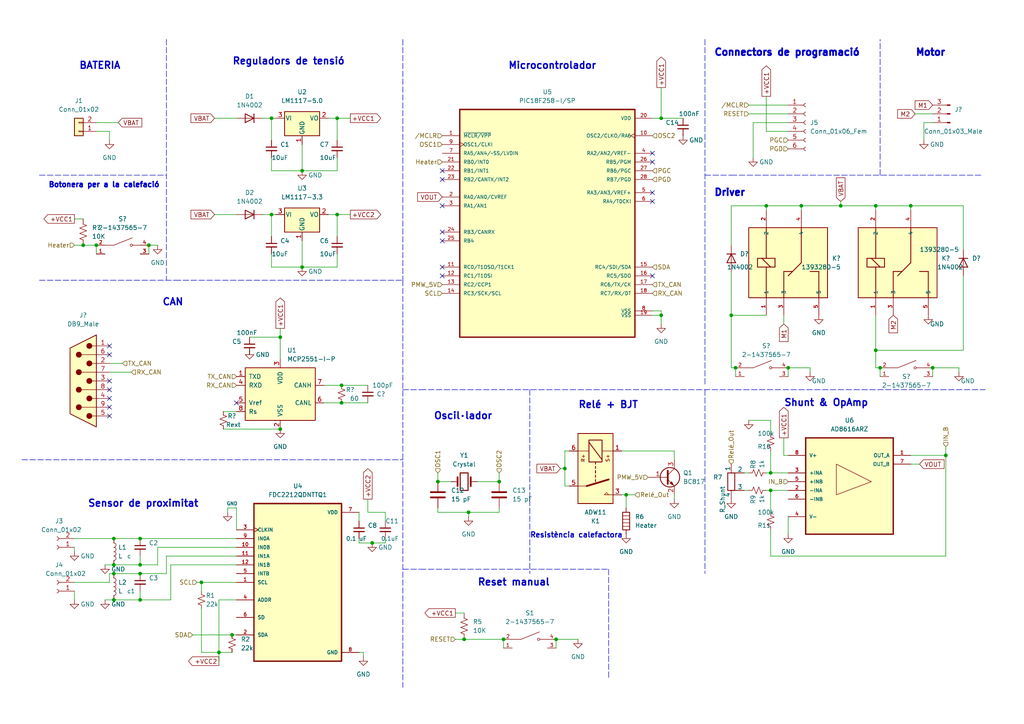
<source format=kicad_sch>
(kicad_sch (version 20211123) (generator eeschema)
  (paper "A4")
  (title_block (title "PROJECTE EDD: Maleter") (company "Universitat de Barcelona") (comment 1 "Bethany Quintero") (comment 2 "Jan Castillo"))
  (lib_symbols
    (symbol "BQ_library:1393280-5" (pin_names (offset 1.016))
      (property "Reference" "K" (at -10.1718 15.2577 0))
      (property "Value" "1393280-5" (at -10.1794 -15.269 0))
      (symbol "1393280-5_0_0"
        (pin passive line (at -15.24 7.62 0) (length 5.08) (name "1") (number "1"))
        (pin passive line (at 15.24 7.62 180) (length 5.08) (name "2") (number "2"))
        (pin passive line (at -15.24 2.54 0) (length 5.08) (name "3") (number "3"))
        (pin passive line (at 15.24 -2.54 180) (length 5.08) (name "4") (number "4"))
        (pin passive line (at -15.24 -7.62 0) (length 5.08) (name "5") (number "5"))
      )
    )
    (symbol "BQ_library:AD8616ARZ" (pin_names (offset 1.016))
      (property "Reference" "U6" (at 0 15.24 0))
      (property "Value" "AD8616ARZ" (at 0 12.7 0))
      (symbol "AD8616ARZ_0_0"
        (pin output line (at 17.78 5.08 180) (length 5.08) (name "OUT_A") (number "1"))
        (pin input line (at -17.78 -5.08 0) (length 5.08) (name "-INA") (number "2"))
        (pin input line (at -17.78 0 0) (length 5.08) (name "+INA") (number "3"))
        (pin power_in line (at -17.78 -12.7 0) (length 5.08) (name "V-") (number "4"))
        (pin input line (at -17.78 -2.54 0) (length 5.08) (name "+INB") (number "5"))
        (pin input line (at -17.78 -7.62 0) (length 5.08) (name "-INB") (number "6"))
        (pin output line (at 17.78 2.54 180) (length 5.08) (name "OUT_B") (number "7"))
        (pin power_in line (at -17.78 5.08 0) (length 5.08) (name "V+") (number "8"))
      )
    )
    (symbol "BQ_library:FDC2212QDNTTQ1" (pin_names (offset 1.016))
      (property "Reference" "U" (at -12.7 23.86 0))
      (property "Value" "FDC2212QDNTTQ1" (at -12.7 -26.86 0))
      (symbol "FDC2212QDNTTQ1_0_0"
        (pin input line (at -17.78 0 0) (length 5.08) (name "SCL") (number "1"))
        (pin input line (at -17.78 10.16 0) (length 5.08) (name "IN0B") (number "10"))
        (pin input line (at -17.78 7.62 0) (length 5.08) (name "IN1A") (number "11"))
        (pin input line (at -17.78 5.08 0) (length 5.08) (name "IN1B") (number "12"))
        (pin bidirectional line (at -17.78 -15.24 0) (length 5.08) (name "SDA") (number "2"))
        (pin input clock (at -17.78 15.24 0) (length 5.08) (name "CLKIN") (number "3"))
        (pin bidirectional line (at -17.78 -5.08 0) (length 5.08) (name "ADDR") (number "4"))
        (pin input line (at -17.78 2.54 0) (length 5.08) (name "INTB") (number "5"))
        (pin bidirectional line (at -17.78 -10.16 0) (length 5.08) (name "SD") (number "6"))
        (pin power_in line (at 17.78 20.32 180) (length 5.08) (name "VDD") (number "7"))
        (pin power_in line (at 17.78 -20.32 180) (length 5.08) (name "GND") (number "8"))
        (pin input line (at -17.78 12.7 0) (length 5.08) (name "IN0A") (number "9"))
      )
    )
    (symbol "BQ_library:PIC18F258-I{brace}slash}SP" (pin_names (offset 1.016))
      (property "Reference" "U5" (at 0 38.1 0))
      (property "Value" "PIC18F258-I/SP" (at 0 35.56 0))
      (symbol "PIC18F258-I{brace}slash}SP_0_0"
        (pin input line (at -30.48 25.4 0) (length 5.08) (name "~{MCLR/VPP}") (number "1"))
        (pin output clock (at 30.48 25.4 180) (length 5.08) (name "OSC2/CLKO/RA6") (number "10"))
        (pin bidirectional line (at -30.48 -12.7 0) (length 5.08) (name "RC0/T1OSO/T1CK1") (number "11"))
        (pin bidirectional line (at -30.48 -15.24 0) (length 5.08) (name "RC1/T1OSI") (number "12"))
        (pin bidirectional line (at -30.48 -17.78 0) (length 5.08) (name "RC2/CCP1") (number "13"))
        (pin bidirectional line (at -30.48 -20.32 0) (length 5.08) (name "RC3/SCK/SCL") (number "14"))
        (pin bidirectional line (at 30.48 -12.7 180) (length 5.08) (name "RC4/SDI/SDA") (number "15"))
        (pin bidirectional line (at 30.48 -15.24 180) (length 5.08) (name "RC5/SDO") (number "16"))
        (pin bidirectional line (at 30.48 -17.78 180) (length 5.08) (name "RC6/TX/CK") (number "17"))
        (pin bidirectional line (at 30.48 -20.32 180) (length 5.08) (name "RC7/RX/DT") (number "18"))
        (pin power_in line (at 30.48 -26.67 180) (length 5.08) (name "VSS") (number "19"))
        (pin bidirectional line (at -30.48 7.62 0) (length 5.08) (name "RA0/AN0/CVREF") (number "2"))
        (pin power_in line (at 30.48 30.48 180) (length 5.08) (name "VDD") (number "20"))
        (pin input line (at -30.48 17.78 0) (length 5.08) (name "RB0/INT0") (number "21"))
        (pin input line (at -30.48 15.24 0) (length 5.08) (name "RB1/INT1") (number "22"))
        (pin input line (at -30.48 12.7 0) (length 5.08) (name "RB2/CANTX/INT2") (number "23"))
        (pin bidirectional line (at -30.48 -2.54 0) (length 5.08) (name "RB3/CANRX") (number "24"))
        (pin bidirectional line (at -30.48 -5.08 0) (length 5.08) (name "RB4") (number "25"))
        (pin bidirectional line (at 30.48 17.78 180) (length 5.08) (name "RB5/PGM") (number "26"))
        (pin bidirectional line (at 30.48 15.24 180) (length 5.08) (name "RB6/PGC") (number "27"))
        (pin bidirectional line (at 30.48 12.7 180) (length 5.08) (name "RB7/PGD") (number "28"))
        (pin bidirectional line (at -30.48 5.08 0) (length 5.08) (name "RA1/AN1") (number "3"))
        (pin bidirectional line (at 30.48 20.32 180) (length 5.08) (name "RA2/AN2/VREF-") (number "4"))
        (pin bidirectional line (at 30.48 8.89 180) (length 5.08) (name "RA3/AN3/VREF+") (number "5"))
        (pin bidirectional line (at 30.48 6.35 180) (length 5.08) (name "RA4/T0CKI") (number "6"))
        (pin input line (at -30.48 20.32 0) (length 5.08) (name "RA5/AN4/~SS/LVDIN") (number "7"))
        (pin power_in line (at 30.48 -25.4 180) (length 5.08) (name "VSS") (number "8"))
        (pin input clock (at -30.48 22.86 0) (length 5.08) (name "OSC1/CLKI") (number "9"))
      )
    )
    (symbol "Connector:Conn_01x02_Female" (pin_names (offset 1.016) hide)
      (property "Reference" "J" (at 0 2.54 0))
      (property "Value" "Conn_01x02_Female" (at 0 -5.08 0))
      (symbol "Conn_01x02_Female_1_1"
        (pin passive line (at -5.08 0 0) (length 3.81) (name "Pin_1") (number "1"))
        (pin passive line (at -5.08 -2.54 0) (length 3.81) (name "Pin_2") (number "2"))
      )
    )
    (symbol "Connector:Conn_01x03_Male" (pin_names (offset 1.016) hide)
      (property "Reference" "J" (at 0 5.08 0))
      (property "Value" "Conn_01x03_Male" (at 0 -5.08 0))
      (symbol "Conn_01x03_Male_1_1"
        (pin passive line (at 5.08 2.54 180) (length 3.81) (name "Pin_1") (number "1"))
        (pin passive line (at 5.08 0 180) (length 3.81) (name "Pin_2") (number "2"))
        (pin passive line (at 5.08 -2.54 180) (length 3.81) (name "Pin_3") (number "3"))
      )
    )
    (symbol "Connector:Conn_01x06_Female" (pin_names (offset 1.016) hide)
      (property "Reference" "J" (at 0 7.62 0))
      (property "Value" "Conn_01x06_Female" (at 0 -10.16 0))
      (symbol "Conn_01x06_Female_1_1"
        (pin passive line (at -5.08 5.08 0) (length 3.81) (name "Pin_1") (number "1"))
        (pin passive line (at -5.08 2.54 0) (length 3.81) (name "Pin_2") (number "2"))
        (pin passive line (at -5.08 0 0) (length 3.81) (name "Pin_3") (number "3"))
        (pin passive line (at -5.08 -2.54 0) (length 3.81) (name "Pin_4") (number "4"))
        (pin passive line (at -5.08 -5.08 0) (length 3.81) (name "Pin_5") (number "5"))
        (pin passive line (at -5.08 -7.62 0) (length 3.81) (name "Pin_6") (number "6"))
      )
    )
    (symbol "Connector:DB9_Male" (pin_names (offset 1.016) hide)
      (property "Reference" "J" (at 0 13.97 0))
      (property "Value" "DB9_Male" (at 0 -14.605 0))
      (symbol "DB9_Male_1_1"
        (pin passive line (at -7.62 -10.16 0) (length 3.81) (name "1") (number "1"))
        (pin passive line (at -7.62 -5.08 0) (length 3.81) (name "2") (number "2"))
        (pin passive line (at -7.62 0 0) (length 3.81) (name "3") (number "3"))
        (pin passive line (at -7.62 5.08 0) (length 3.81) (name "4") (number "4"))
        (pin passive line (at -7.62 10.16 0) (length 3.81) (name "5") (number "5"))
        (pin passive line (at -7.62 -7.62 0) (length 3.81) (name "6") (number "6"))
        (pin passive line (at -7.62 -2.54 0) (length 3.81) (name "7") (number "7"))
        (pin passive line (at -7.62 2.54 0) (length 3.81) (name "8") (number "8"))
        (pin passive line (at -7.62 7.62 0) (length 3.81) (name "9") (number "9"))
      )
    )
    (symbol "Connector_Generic:Conn_01x02" (pin_names (offset 1.016) hide)
      (property "Reference" "J" (at 0 2.54 0))
      (property "Value" "Conn_01x02" (at 0 -5.08 0))
      (symbol "Conn_01x02_1_1"
        (pin passive line (at -5.08 0 0) (length 3.81) (name "Pin_1") (number "1"))
        (pin passive line (at -5.08 -2.54 0) (length 3.81) (name "Pin_2") (number "2"))
      )
    )
    (symbol "Device:C" (pin_numbers hide) (pin_names (offset 0.254))
      (property "Reference" "C" (at 0.635 2.54 0))
      (property "Value" "C" (at 0.635 -2.54 0))
      (symbol "C_1_1"
        (pin passive line (at 0 3.81 270) (length 2.794) (name "~") (number "1"))
        (pin passive line (at 0 -3.81 90) (length 2.794) (name "~") (number "2"))
      )
    )
    (symbol "Device:C_Small" (pin_numbers hide) (pin_names (offset 0.254) hide)
      (property "Reference" "C" (at 0.254 1.778 0))
      (property "Value" "C_Small" (at 0.254 -2.032 0))
      (symbol "C_Small_1_1"
        (pin passive line (at 0 2.54 270) (length 2.032) (name "~") (number "1"))
        (pin passive line (at 0 -2.54 90) (length 2.032) (name "~") (number "2"))
      )
    )
    (symbol "Device:Crystal" (pin_numbers hide) (pin_names (offset 1.016) hide)
      (property "Reference" "Y" (at 0 3.81 0))
      (property "Value" "Crystal" (at 0 -3.81 0))
      (symbol "Crystal_1_1"
        (pin passive line (at -3.81 0 0) (length 1.27) (name "1") (number "1"))
        (pin passive line (at 3.81 0 180) (length 1.27) (name "2") (number "2"))
      )
    )
    (symbol "Device:Heater" (pin_numbers hide) (pin_names (offset 0))
      (property "Reference" "R" (at 2.032 0 90))
      (property "Value" "Heater" (at -2.032 0 90))
      (symbol "Heater_1_1"
        (pin passive line (at 0 3.81 270) (length 1.27) (name "~") (number "1"))
        (pin passive line (at 0 -3.81 90) (length 1.27) (name "~") (number "2"))
      )
    )
    (symbol "Device:L" (pin_numbers hide) (pin_names (offset 1.016) hide)
      (property "Reference" "L" (at -1.27 0 90))
      (property "Value" "L" (at 1.905 0 90))
      (symbol "L_1_1"
        (pin passive line (at 0 3.81 270) (length 1.27) (name "1") (number "1"))
        (pin passive line (at 0 -3.81 90) (length 1.27) (name "2") (number "2"))
      )
    )
    (symbol "Device:R_Shunt" (pin_numbers hide) (pin_names (offset 0))
      (property "Reference" "R" (at -4.445 0 90))
      (property "Value" "R_Shunt" (at -2.54 0 90))
      (symbol "R_Shunt_1_1"
        (pin passive line (at 0 5.08 270) (length 2.54) (name "1") (number "1"))
        (pin passive line (at 3.81 2.54 180) (length 2.54) (name "2") (number "2"))
        (pin passive line (at 3.81 -2.54 180) (length 2.54) (name "3") (number "3"))
        (pin passive line (at 0 -5.08 90) (length 2.54) (name "4") (number "4"))
      )
    )
    (symbol "Device:R_Small_US" (pin_numbers hide) (pin_names (offset 0.254) hide)
      (property "Reference" "R" (at 0.762 0.508 0))
      (property "Value" "R_Small_US" (at 0.762 -1.016 0))
      (symbol "R_Small_US_1_1"
        (pin passive line (at 0 2.54 270) (length 1.016) (name "~") (number "1"))
        (pin passive line (at 0 -2.54 90) (length 1.016) (name "~") (number "2"))
      )
    )
    (symbol "Device:R_US" (pin_numbers hide) (pin_names (offset 0))
      (property "Reference" "R" (at 2.54 0 90))
      (property "Value" "R_US" (at -2.54 0 90))
      (symbol "R_US_1_1"
        (pin passive line (at 0 3.81 270) (length 1.27) (name "~") (number "1"))
        (pin passive line (at 0 -3.81 90) (length 1.27) (name "~") (number "2"))
      )
    )
    (symbol "Diode:1N4002" (pin_numbers hide) (pin_names (offset 1.016) hide)
      (property "Reference" "D" (at 0 2.54 0))
      (property "Value" "1N4002" (at 0 -2.54 0))
      (symbol "1N4002_1_1"
        (pin passive line (at -3.81 0 0) (length 2.54) (name "K") (number "1"))
        (pin passive line (at 3.81 0 180) (length 2.54) (name "A") (number "2"))
      )
    )
    (symbol "Interface_CAN_LIN:MCP2551-I-P" (pin_names (offset 1.016))
      (property "Reference" "U" (at -10.16 8.89 0))
      (property "Value" "MCP2551-I-P" (at 2.54 8.89 0))
      (symbol "MCP2551-I-P_1_1"
        (pin input line (at -12.7 5.08 0) (length 2.54) (name "TXD") (number "1"))
        (pin power_in line (at 0 -10.16 90) (length 2.54) (name "VSS") (number "2"))
        (pin power_in line (at 0 10.16 270) (length 2.54) (name "VDD") (number "3"))
        (pin output line (at -12.7 2.54 0) (length 2.54) (name "RXD") (number "4"))
        (pin power_out line (at -12.7 -2.54 0) (length 2.54) (name "Vref") (number "5"))
        (pin bidirectional line (at 12.7 -2.54 180) (length 2.54) (name "CANL") (number "6"))
        (pin bidirectional line (at 12.7 2.54 180) (length 2.54) (name "CANH") (number "7"))
        (pin input line (at -12.7 -5.08 0) (length 2.54) (name "Rs") (number "8"))
      )
    )
    (symbol "Llibreria_Prac3:2-1437565-7" (pin_names (offset 1.016))
      (property "Reference" "S" (at -2.54 2.54 0))
      (property "Value" "2-1437565-7" (at -2.54 -2.54 0))
      (symbol "2-1437565-7_0_0"
        (pin passive line (at -7.62 -2.54 0) (length 2.54) (name "~") (number "1"))
        (pin passive line (at -7.62 0 0) (length 2.54) (name "~") (number "2"))
        (pin passive line (at 7.62 -2.54 180) (length 2.54) (name "~") (number "3"))
        (pin passive line (at 7.62 0 180) (length 2.54) (name "~") (number "4"))
      )
    )
    (symbol "Regulator_Linear:LM1117-3.3" (pin_names (offset 0.254))
      (property "Reference" "U" (at -3.81 3.175 0))
      (property "Value" "LM1117-3.3" (at 0 3.175 0))
      (symbol "LM1117-3.3_1_1"
        (pin power_in line (at 0 -7.62 90) (length 2.54) (name "GND") (number "1"))
        (pin power_out line (at 7.62 0 180) (length 2.54) (name "VO") (number "2"))
        (pin power_in line (at -7.62 0 0) (length 2.54) (name "VI") (number "3"))
      )
    )
    (symbol "Regulator_Linear:LM1117-5.0" (pin_names (offset 0.254))
      (property "Reference" "U" (at -3.81 3.175 0))
      (property "Value" "LM1117-5.0" (at 0 3.175 0))
      (symbol "LM1117-5.0_1_1"
        (pin power_in line (at 0 -7.62 90) (length 2.54) (name "GND") (number "1"))
        (pin power_out line (at 7.62 0 180) (length 2.54) (name "VO") (number "2"))
        (pin power_in line (at -7.62 0 0) (length 2.54) (name "VI") (number "3"))
      )
    )
    (symbol "Relay:ADW11"
      (property "Reference" "K" (at 11.43 3.81 0))
      (property "Value" "ADW11" (at 13.97 1.27 0))
      (symbol "ADW11_1_1"
        (text "R+" (at -3.048 -3.556 0) (effects (font (size 1.016 1.016))))
        (text "S+" (at -3.048 3.556 0) (effects (font (size 1.016 1.016))))
        (pin passive line (at -5.08 7.62 270) (length 2.54) (name "~") (number "1"))
        (pin passive line (at 7.62 7.62 270) (length 2.54) (name "~") (number "3"))
        (pin passive line (at 5.08 -7.62 90) (length 2.54) (name "~") (number "5"))
        (pin passive line (at -5.08 -7.62 90) (length 2.54) (name "~") (number "6"))
      )
    )
    (symbol "Transistor_BJT:BC817" (pin_names (offset 0) hide)
      (property "Reference" "Q" (at 5.08 1.905 0))
      (property "Value" "BC817" (at 5.08 0 0))
      (symbol "BC817_1_1"
        (pin input line (at -5.08 0 0) (length 5.715) (name "B") (number "1"))
        (pin passive line (at 2.54 -5.08 90) (length 2.54) (name "E") (number "2"))
        (pin passive line (at 2.54 5.08 270) (length 2.54) (name "C") (number "3"))
      )
    )
    (symbol "power:GND" (power) (pin_names (offset 0))
      (property "Value" "GND" (at 0 -3.81 0))
      (symbol "GND_1_1"
        (pin power_in line (at 0 0 270) (length 0) hide (name "GND") (number "1"))
      )
    )
  )
  (junction (at 81.28 97.79))
  (junction (at 127 139.7))
  (junction (at 223.52 137.16))
  (junction (at 191.77 34.29))
  (junction (at 43.18 71.12))
  (junction (at 144.78 139.7))
  (junction (at 107.95 157.48))
  (junction (at 134.62 185.42))
  (junction (at 222.25 59.69))
  (junction (at 146.05 185.42))
  (junction (at 135.89 148.59))
  (junction (at 78.74 62.23))
  (junction (at 232.41 59.69))
  (junction (at 191.77 91.44))
  (junction (at 27.94 71.12))
  (junction (at 87.63 77.47))
  (junction (at 33.02 163.83))
  (junction (at 254 101.6))
  (junction (at 33.02 156.21))
  (junction (at 87.63 49.53))
  (junction (at 33.02 173.99))
  (junction (at 63.5 189.23))
  (junction (at 264.16 59.69))
  (junction (at 99.06 111.76))
  (junction (at 255.27 106.68))
  (junction (at 161.29 185.42))
  (junction (at 97.79 62.23))
  (junction (at 97.79 34.29))
  (junction (at 228.6 106.68))
  (junction (at 78.74 34.29))
  (junction (at 58.42 168.91))
  (junction (at 254 59.69))
  (junction (at 81.28 124.46))
  (junction (at 163.83 135.89))
  (junction (at 24.13 71.12))
  (junction (at 40.64 173.99))
  (junction (at 212.09 91.44))
  (junction (at 67.31 184.15))
  (junction (at 99.06 116.84))
  (junction (at 213.36 106.68))
  (junction (at 40.64 163.83))
  (junction (at 270.51 106.68))
  (junction (at 274.32 132.08))
  (junction (at 40.64 166.37))
  (junction (at 33.02 166.37))
  (junction (at 181.61 143.51))
  (junction (at 40.64 156.21))
  (junction (at 243.84 59.69))
  (junction (at 223.52 142.24))
  (no_connect (at 31.75 102.87))
  (no_connect (at 31.75 110.49))
  (no_connect (at 31.75 100.33))
  (no_connect (at 31.75 113.03))
  (no_connect (at 31.75 115.57))
  (no_connect (at 31.75 118.11))
  (no_connect (at 31.75 120.65))
  (no_connect (at 128.27 49.53))
  (no_connect (at 128.27 52.07))
  (no_connect (at 128.27 59.69))
  (no_connect (at 128.27 67.31))
  (no_connect (at 128.27 69.85))
  (no_connect (at 128.27 77.47))
  (no_connect (at 128.27 80.01))
  (no_connect (at 189.23 44.45))
  (no_connect (at 189.23 46.99))
  (no_connect (at 189.23 55.88))
  (no_connect (at 189.23 58.42))
  (no_connect (at 189.23 80.01))
  (no_connect (at 68.58 116.84))
  (polyline (pts (xy 116.84 165.1) (xy 121.92 165.1)))
  (wire (pts (xy 81.28 95.25) (xy 81.28 97.79)))
  (wire (pts (xy 217.17 33.02) (xy 228.6 33.02)))
  (wire (pts (xy 21.59 158.75) (xy 21.59 160.02)))
  (wire (pts (xy 68.58 147.32) (xy 68.58 153.67)))
  (wire (pts (xy 223.52 142.24) (xy 223.52 148.59)))
  (wire (pts (xy 223.52 142.24) (xy 228.6 142.24)))
  (wire (pts (xy 76.2 34.29) (xy 78.74 34.29)))
  (wire (pts (xy 38.1 107.95) (xy 31.75 107.95)))
  (wire (pts (xy 180.34 130.81) (xy 195.58 130.81)))
  (polyline (pts (xy 116.84 11.43) (xy 116.84 81.28)))
  (wire (pts (xy 217.17 121.92) (xy 223.52 121.92)))
  (wire (pts (xy 68.58 173.99) (xy 63.5 173.99)))
  (wire (pts (xy 274.32 132.08) (xy 274.32 161.29)))
  (wire (pts (xy 222.25 59.69) (xy 232.41 59.69)))
  (wire (pts (xy 228.6 38.1) (xy 222.25 38.1)))
  (wire (pts (xy 234.95 106.68) (xy 234.95 107.95)))
  (wire (pts (xy 223.52 130.81) (xy 223.52 137.16)))
  (wire (pts (xy 106.68 144.78) (xy 106.68 148.59)))
  (wire (pts (xy 111.76 148.59) (xy 111.76 151.13)))
  (wire (pts (xy 62.23 62.23) (xy 68.58 62.23)))
  (wire (pts (xy 191.77 34.29) (xy 198.12 34.29)))
  (wire (pts (xy 106.68 148.59) (xy 111.76 148.59)))
  (wire (pts (xy 227.33 127) (xy 227.33 132.08)))
  (wire (pts (xy 78.74 62.23) (xy 80.01 62.23)))
  (wire (pts (xy 45.72 158.75) (xy 68.58 158.75)))
  (wire (pts (xy 218.44 35.56) (xy 228.6 35.56)))
  (wire (pts (xy 254 91.44) (xy 254 101.6)))
  (wire (pts (xy 58.42 168.91) (xy 68.58 168.91)))
  (wire (pts (xy 161.29 185.42) (xy 161.29 187.96)))
  (polyline (pts (xy 212.09 50.8) (xy 266.7 50.8)))
  (wire (pts (xy 127 148.59) (xy 135.89 148.59)))
  (wire (pts (xy 191.77 25.4) (xy 191.77 34.29)))
  (wire (pts (xy 66.04 147.32) (xy 66.04 148.59)))
  (wire (pts (xy 215.9 142.24) (xy 217.17 142.24)))
  (wire (pts (xy 163.83 140.97) (xy 163.83 135.89)))
  (wire (pts (xy 78.74 73.66) (xy 78.74 77.47)))
  (wire (pts (xy 43.18 71.12) (xy 43.18 73.66)))
  (wire (pts (xy 40.64 161.29) (xy 40.64 163.83)))
  (wire (pts (xy 189.23 91.44) (xy 191.77 91.44)))
  (wire (pts (xy 78.74 49.53) (xy 87.63 49.53)))
  (wire (pts (xy 264.16 132.08) (xy 274.32 132.08)))
  (wire (pts (xy 265.43 33.02) (xy 270.51 33.02)))
  (wire (pts (xy 228.6 106.68) (xy 234.95 106.68)))
  (wire (pts (xy 58.42 176.53) (xy 58.42 189.23)))
  (wire (pts (xy 48.26 161.29) (xy 48.26 166.37)))
  (wire (pts (xy 270.51 35.56) (xy 267.97 35.56)))
  (wire (pts (xy 40.64 156.21) (xy 68.58 156.21)))
  (wire (pts (xy 99.06 116.84) (xy 106.68 116.84)))
  (wire (pts (xy 30.48 173.99) (xy 33.02 173.99)))
  (wire (pts (xy 67.31 184.15) (xy 68.58 184.15)))
  (polyline (pts (xy 116.84 81.28) (xy 116.84 81.28)))
  (wire (pts (xy 97.79 73.66) (xy 97.79 77.47)))
  (wire (pts (xy 222.25 137.16) (xy 223.52 137.16)))
  (wire (pts (xy 58.42 168.91) (xy 58.42 171.45)))
  (polyline (pts (xy 153.67 113.03) (xy 153.67 166.37)))
  (wire (pts (xy 21.59 168.91) (xy 31.75 168.91)))
  (wire (pts (xy 274.32 129.54) (xy 274.32 132.08)))
  (wire (pts (xy 21.59 171.45) (xy 21.59 173.99)))
  (wire (pts (xy 279.4 59.69) (xy 264.16 59.69)))
  (wire (pts (xy 30.48 163.83) (xy 33.02 163.83)))
  (wire (pts (xy 138.43 139.7) (xy 144.78 139.7)))
  (wire (pts (xy 212.09 59.69) (xy 222.25 59.69)))
  (wire (pts (xy 227.33 93.98) (xy 227.33 91.44)))
  (polyline (pts (xy 50.8 81.28) (xy 116.84 81.28)))
  (wire (pts (xy 104.14 157.48) (xy 107.95 157.48)))
  (wire (pts (xy 135.89 148.59) (xy 135.89 149.86)))
  (wire (pts (xy 78.74 34.29) (xy 80.01 34.29)))
  (wire (pts (xy 62.23 34.29) (xy 68.58 34.29)))
  (polyline (pts (xy 204.47 11.43) (xy 204.47 111.76)))
  (wire (pts (xy 270.51 106.68) (xy 278.13 106.68)))
  (wire (pts (xy 99.06 111.76) (xy 106.68 111.76)))
  (wire (pts (xy 232.41 59.69) (xy 243.84 59.69)))
  (polyline (pts (xy 284.48 50.8) (xy 266.7 50.8)))
  (wire (pts (xy 132.08 185.42) (xy 134.62 185.42)))
  (wire (pts (xy 68.58 119.38) (xy 64.77 119.38)))
  (wire (pts (xy 21.59 156.21) (xy 33.02 156.21)))
  (wire (pts (xy 63.5 189.23) (xy 67.31 189.23)))
  (wire (pts (xy 217.17 30.48) (xy 228.6 30.48)))
  (wire (pts (xy 134.62 185.42) (xy 146.05 185.42)))
  (wire (pts (xy 212.09 91.44) (xy 212.09 106.68)))
  (wire (pts (xy 279.4 72.39) (xy 279.4 59.69)))
  (wire (pts (xy 279.4 80.01) (xy 279.4 101.6)))
  (wire (pts (xy 127 137.16) (xy 127 139.7)))
  (wire (pts (xy 163.83 135.89) (xy 162.56 135.89)))
  (wire (pts (xy 228.6 149.86) (xy 228.6 154.94)))
  (wire (pts (xy 87.63 49.53) (xy 97.79 49.53)))
  (wire (pts (xy 278.13 106.68) (xy 278.13 107.95)))
  (wire (pts (xy 132.08 177.8) (xy 134.62 177.8)))
  (wire (pts (xy 49.53 163.83) (xy 49.53 173.99)))
  (wire (pts (xy 95.25 34.29) (xy 97.79 34.29)))
  (wire (pts (xy 63.5 189.23) (xy 63.5 191.77)))
  (wire (pts (xy 68.58 147.32) (xy 66.04 147.32)))
  (polyline (pts (xy 121.92 113.03) (xy 285.75 113.03)))
  (wire (pts (xy 218.44 45.72) (xy 218.44 35.56)))
  (wire (pts (xy 104.14 156.21) (xy 104.14 157.48)))
  (wire (pts (xy 195.58 143.51) (xy 195.58 144.78)))
  (wire (pts (xy 254 101.6) (xy 254 106.68)))
  (wire (pts (xy 93.98 111.76) (xy 99.06 111.76)))
  (wire (pts (xy 97.79 40.64) (xy 97.79 34.29)))
  (wire (pts (xy 35.56 105.41) (xy 31.75 105.41)))
  (wire (pts (xy 45.72 158.75) (xy 45.72 163.83)))
  (wire (pts (xy 222.25 38.1) (xy 222.25 27.94)))
  (wire (pts (xy 45.72 71.12) (xy 43.18 71.12)))
  (wire (pts (xy 31.75 168.91) (xy 31.75 166.37)))
  (wire (pts (xy 78.74 62.23) (xy 78.74 68.58)))
  (wire (pts (xy 87.63 77.47) (xy 97.79 77.47)))
  (wire (pts (xy 222.25 142.24) (xy 223.52 142.24)))
  (wire (pts (xy 255.27 106.68) (xy 255.27 109.22)))
  (wire (pts (xy 33.02 166.37) (xy 40.64 166.37)))
  (wire (pts (xy 223.52 125.73) (xy 223.52 121.92)))
  (wire (pts (xy 105.41 189.23) (xy 105.41 190.5)))
  (wire (pts (xy 213.36 106.68) (xy 213.36 109.22)))
  (wire (pts (xy 195.58 130.81) (xy 195.58 133.35)))
  (wire (pts (xy 127 147.32) (xy 127 148.59)))
  (wire (pts (xy 72.39 97.79) (xy 81.28 97.79)))
  (wire (pts (xy 144.78 147.32) (xy 144.78 148.59)))
  (wire (pts (xy 40.64 171.45) (xy 40.64 173.99)))
  (wire (pts (xy 212.09 106.68) (xy 213.36 106.68)))
  (wire (pts (xy 40.64 173.99) (xy 49.53 173.99)))
  (wire (pts (xy 33.02 163.83) (xy 40.64 163.83)))
  (wire (pts (xy 31.75 38.1) (xy 31.75 40.64)))
  (wire (pts (xy 163.83 135.89) (xy 163.83 130.81)))
  (wire (pts (xy 87.63 41.91) (xy 87.63 49.53)))
  (wire (pts (xy 223.52 153.67) (xy 223.52 161.29)))
  (polyline (pts (xy 116.84 113.03) (xy 121.92 113.03)))
  (wire (pts (xy 40.64 166.37) (xy 48.26 166.37)))
  (wire (pts (xy 254 59.69) (xy 264.16 59.69)))
  (wire (pts (xy 63.5 173.99) (xy 63.5 189.23)))
  (wire (pts (xy 27.94 35.56) (xy 34.29 35.56)))
  (wire (pts (xy 78.74 34.29) (xy 78.74 40.64)))
  (wire (pts (xy 33.02 173.99) (xy 40.64 173.99)))
  (wire (pts (xy 144.78 137.16) (xy 144.78 139.7)))
  (wire (pts (xy 58.42 189.23) (xy 63.5 189.23)))
  (wire (pts (xy 212.09 71.12) (xy 212.09 59.69)))
  (wire (pts (xy 181.61 143.51) (xy 181.61 147.32)))
  (wire (pts (xy 266.7 134.62) (xy 264.16 134.62)))
  (wire (pts (xy 76.2 62.23) (xy 78.74 62.23)))
  (wire (pts (xy 146.05 185.42) (xy 146.05 187.96)))
  (wire (pts (xy 135.89 148.59) (xy 144.78 148.59)))
  (polyline (pts (xy 11.43 81.28) (xy 50.8 81.28)))
  (wire (pts (xy 223.52 137.16) (xy 228.6 137.16)))
  (wire (pts (xy 97.79 45.72) (xy 97.79 49.53)))
  (wire (pts (xy 87.63 69.85) (xy 87.63 77.47)))
  (wire (pts (xy 165.1 130.81) (xy 163.83 130.81)))
  (wire (pts (xy 97.79 62.23) (xy 101.6 62.23)))
  (wire (pts (xy 104.14 148.59) (xy 104.14 151.13)))
  (wire (pts (xy 165.1 140.97) (xy 163.83 140.97)))
  (wire (pts (xy 97.79 68.58) (xy 97.79 62.23)))
  (wire (pts (xy 189.23 90.17) (xy 191.77 90.17)))
  (polyline (pts (xy 116.84 81.28) (xy 116.84 199.39)))
  (wire (pts (xy 181.61 143.51) (xy 184.15 143.51)))
  (wire (pts (xy 243.84 59.69) (xy 254 59.69)))
  (wire (pts (xy 191.77 90.17) (xy 191.77 91.44)))
  (polyline (pts (xy 204.47 50.8) (xy 212.09 50.8)))
  (wire (pts (xy 78.74 45.72) (xy 78.74 49.53)))
  (wire (pts (xy 254 106.68) (xy 255.27 106.68)))
  (wire (pts (xy 243.84 59.69) (xy 243.84 58.42)))
  (wire (pts (xy 223.52 161.29) (xy 274.32 161.29)))
  (wire (pts (xy 48.26 161.29) (xy 68.58 161.29)))
  (wire (pts (xy 57.15 168.91) (xy 58.42 168.91)))
  (wire (pts (xy 279.4 101.6) (xy 254 101.6)))
  (wire (pts (xy 222.25 91.44) (xy 212.09 91.44)))
  (polyline (pts (xy 255.27 50.8) (xy 255.27 11.43)))
  (wire (pts (xy 64.77 124.46) (xy 81.28 124.46)))
  (polyline (pts (xy 11.43 50.8) (xy 48.26 50.8)))
  (wire (pts (xy 72.39 102.87) (xy 72.39 101.6)))
  (wire (pts (xy 212.09 78.74) (xy 212.09 91.44)))
  (polyline (pts (xy 6.35 133.35) (xy 116.84 133.35)))
  (wire (pts (xy 267.97 35.56) (xy 267.97 40.64)))
  (wire (pts (xy 93.98 116.84) (xy 99.06 116.84)))
  (wire (pts (xy 228.6 106.68) (xy 228.6 109.22)))
  (wire (pts (xy 167.64 185.42) (xy 161.29 185.42)))
  (wire (pts (xy 189.23 34.29) (xy 191.77 34.29)))
  (polyline (pts (xy 176.53 165.1) (xy 176.53 196.85)))
  (wire (pts (xy 21.59 63.5) (xy 24.13 63.5)))
  (wire (pts (xy 55.88 184.15) (xy 67.31 184.15)))
  (wire (pts (xy 97.79 34.29) (xy 101.6 34.29)))
  (wire (pts (xy 264.16 59.69) (xy 264.16 60.96)))
  (wire (pts (xy 27.94 71.12) (xy 27.94 73.66)))
  (wire (pts (xy 31.75 166.37) (xy 33.02 166.37)))
  (wire (pts (xy 33.02 156.21) (xy 40.64 156.21)))
  (wire (pts (xy 228.6 132.08) (xy 227.33 132.08)))
  (wire (pts (xy 215.9 137.16) (xy 217.17 137.16)))
  (wire (pts (xy 95.25 62.23) (xy 97.79 62.23)))
  (wire (pts (xy 49.53 163.83) (xy 68.58 163.83)))
  (polyline (pts (xy 48.26 11.43) (xy 48.26 81.28)))
  (wire (pts (xy 127 139.7) (xy 130.81 139.7)))
  (wire (pts (xy 107.95 157.48) (xy 111.76 157.48)))
  (wire (pts (xy 81.28 97.79) (xy 81.28 104.14)))
  (wire (pts (xy 254 59.69) (xy 254 60.96)))
  (wire (pts (xy 222.25 59.69) (xy 222.25 60.96)))
  (wire (pts (xy 111.76 156.21) (xy 111.76 157.48)))
  (wire (pts (xy 78.74 77.47) (xy 87.63 77.47)))
  (wire (pts (xy 21.59 71.12) (xy 24.13 71.12)))
  (wire (pts (xy 270.51 106.68) (xy 270.51 109.22)))
  (wire (pts (xy 104.14 189.23) (xy 105.41 189.23)))
  (polyline (pts (xy 204.47 113.03) (xy 204.47 166.37)))
  (wire (pts (xy 45.72 163.83) (xy 40.64 163.83)))
  (wire (pts (xy 180.34 143.51) (xy 181.61 143.51)))
  (wire (pts (xy 24.13 71.12) (xy 27.94 71.12)))
  (wire (pts (xy 191.77 91.44) (xy 191.77 93.98)))
  (polyline (pts (xy 121.92 165.1) (xy 176.53 165.1)))
  (wire (pts (xy 27.94 38.1) (xy 31.75 38.1)))
  (wire (pts (xy 232.41 59.69) (xy 232.41 60.96)))
  (text "Microcontrolador" (at 147.32 20.32 0) (effects (font (size 2 2) (thickness 0.4) bold) (justify left bottom)))
  (text "Sensor de proximitat" (at 25.4 147.32 0) (effects (font (size 2 2) (thickness 0.4) bold) (justify left bottom)))
  (text "Reguladors de tensió\n" (at 67.31 19.05 0) (effects (font (size 2 2) (thickness 0.4) bold) (justify left bottom)))
  (text "Relé + BJT\n\n" (at 167.64 121.92 0) (effects (font (size 2 2) (thickness 0.4) bold) (justify left bottom)))
  (text "Oscil·lador\n" (at 125.73 121.92 0) (effects (font (size 2 2) (thickness 0.4) bold) (justify left bottom)))
  (text "Botonera per a la calefació\n" (at 13.97 54.61 0) (effects (font (size 1.5 1.5) (thickness 0.4) bold) (justify left bottom)))
  (text "Shunt & OpAmp\n" (at 227.33 118.11 0) (effects (font (size 2 2) (thickness 0.4) bold) (justify left bottom)))
  (text "BATERIA\n" (at 22.86 20.32 0) (effects (font (size 2 2) (thickness 0.4) bold) (justify left bottom)))
  (text "Motor\n" (at 265.43 16.51 0) (effects (font (size 2 2) (thickness 0.6) bold) (justify left bottom)))
  (text "Driver\n" (at 207.01 57.15 0) (effects (font (size 2 2) (thickness 0.6) bold) (justify left bottom)))
  (text "CAN\n" (at 46.99 88.9 0) (effects (font (size 2 2) (thickness 0.4) bold) (justify left bottom)))
  (text "Reset manual\n" (at 138.43 170.18 0) (effects (font (size 2 2) (thickness 0.4) bold) (justify left bottom)))
  (text "Connectors de programació" (at 207.01 16.51 0) (effects (font (size 2 2) (thickness 0.6) bold) (justify left bottom)))
  (text "Resistència calefactora " (at 153.67 156.21 0) (effects (font (size 1.5 1.5) (thickness 0.3) bold) (justify left bottom)))
  (global_label "+VCC1" (shape output) (at 81.28 95.25 90) (property "Intersheet References" "${INTERSHEET_REFS}" (effects hide)))
  (global_label "VOUT" (shape input) (at 128.27 57.15 180) (property "Intersheet References" "${INTERSHEET_REFS}" (effects hide)))
  (global_label "+VCC2" (shape output) (at 63.5 191.77 180) (property "Intersheet References" "${INTERSHEET_REFS}" (effects hide)))
  (global_label "+VCC1" (shape output) (at 191.77 25.4 90) (property "Intersheet References" "${INTERSHEET_REFS}" (effects hide)))
  (global_label "+VCC2" (shape output) (at 106.68 144.78 90) (property "Intersheet References" "${INTERSHEET_REFS}" (effects hide)))
  (global_label "+VCC1" (shape output) (at 101.6 34.29 0) (property "Intersheet References" "${INTERSHEET_REFS}" (effects hide)))
  (global_label "+VCC1" (shape output) (at 222.25 27.94 90) (property "Intersheet References" "${INTERSHEET_REFS}" (effects hide)))
  (global_label "+VCC1" (shape output) (at 227.33 127 90) (property "Intersheet References" "${INTERSHEET_REFS}" (effects hide)))
  (global_label "M1" (shape input) (at 227.33 93.98 270) (property "Intersheet References" "${INTERSHEET_REFS}" (effects hide)))
  (global_label "M2" (shape input) (at 265.43 33.02 180) (property "Intersheet References" "${INTERSHEET_REFS}" (effects hide)))
  (global_label "VBAT" (shape input) (at 62.23 62.23 180) (property "Intersheet References" "${INTERSHEET_REFS}" (effects hide)))
  (global_label "VBAT" (shape input) (at 243.84 58.42 90) (property "Intersheet References" "${INTERSHEET_REFS}" (effects hide)))
  (global_label "+VCC1" (shape output) (at 132.08 177.8 180) (property "Intersheet References" "${INTERSHEET_REFS}" (effects hide)))
  (global_label "VBAT" (shape input) (at 62.23 34.29 180) (property "Intersheet References" "${INTERSHEET_REFS}" (effects hide)))
  (global_label "M2" (shape input) (at 259.08 91.44 270) (property "Intersheet References" "${INTERSHEET_REFS}" (effects hide)))
  (global_label "+VCC1" (shape output) (at 21.59 63.5 180) (property "Intersheet References" "${INTERSHEET_REFS}" (effects hide)))
  (global_label "VOUT" (shape input) (at 266.7 134.62 0) (property "Intersheet References" "${INTERSHEET_REFS}" (effects hide)))
  (global_label "+VCC2" (shape output) (at 101.6 62.23 0) (property "Intersheet References" "${INTERSHEET_REFS}" (effects hide)))
  (global_label "VBAT" (shape input) (at 34.29 35.56 0) (property "Intersheet References" "${INTERSHEET_REFS}" (effects hide)))
  (global_label "M1" (shape input) (at 270.51 30.48 180) (property "Intersheet References" "${INTERSHEET_REFS}" (effects hide)))
  (global_label "VBAT" (shape input) (at 162.56 135.89 180) (property "Intersheet References" "${INTERSHEET_REFS}" (effects hide)))
  (hierarchical_label "TX_CAN" (shape input) (at 68.58 109.22 180))
  (hierarchical_label "RESET" (shape input) (at 132.08 185.42 180))
  (hierarchical_label "OSC2 " (shape input) (at 144.78 137.16 90))
  (hierarchical_label "OSC2 " (shape input) (at 189.23 39.37 0))
  (hierarchical_label "IN_B" (shape input) (at 274.32 129.54 90))
  (hierarchical_label "SDA" (shape input) (at 189.23 77.47 0))
  (hierarchical_label "OSC1" (shape input) (at 127 137.16 90))
  (hierarchical_label "IN_B" (shape input) (at 228.6 139.7 180))
  (hierarchical_label "SDA" (shape input) (at 55.88 184.15 180))
  (hierarchical_label "SCL" (shape input) (at 57.15 168.91 180))
  (hierarchical_label "{slash}MCLR" (shape input) (at 128.27 39.37 180))
  (hierarchical_label "Heater" (shape input) (at 128.27 46.99 180))
  (hierarchical_label "TX_CAN" (shape input) (at 189.23 82.55 0))
  (hierarchical_label "Relé_Out" (shape input) (at 212.09 134.62 90))
  (hierarchical_label "RX_CAN" (shape input) (at 68.58 111.76 180))
  (hierarchical_label "RESET" (shape input) (at 217.17 33.02 180))
  (hierarchical_label "RX_CAN" (shape input) (at 189.23 85.09 0))
  (hierarchical_label "Relé_Out" (shape input) (at 184.15 143.51 0))
  (hierarchical_label "PGD" (shape input) (at 189.23 52.07 0))
  (hierarchical_label "TX_CAN" (shape input) (at 35.56 105.41 0))
  (hierarchical_label "PGD" (shape input) (at 228.6 43.18 180))
  (hierarchical_label "RX_CAN" (shape input) (at 38.1 107.95 0))
  (hierarchical_label "PGC" (shape input) (at 189.23 49.53 0))
  (hierarchical_label "OSC1" (shape input) (at 128.27 41.91 180))
  (hierarchical_label "PGC" (shape input) (at 228.6 40.64 180))
  (hierarchical_label "PMW_5V" (shape input) (at 187.96 138.43 180))
  (hierarchical_label "SCL" (shape input) (at 128.27 85.09 180))
  (hierarchical_label "PMW_5V" (shape input) (at 128.27 82.55 180))
  (hierarchical_label "Heater" (shape input) (at 21.59 71.12 180))
  (hierarchical_label "{slash}MCLR" (shape input) (at 217.17 30.48 180))
  (symbol (lib_id "BQ_library:AD8616ARZ") (at 246.38 137.16 0) (unit 1)
    (property "Reference" "U6" (at 246.38 121.92 0))
    (property "Value" "AD8616ARZ" (at 246.38 124.46 0))
    (property "Footprint" "SOIC127P600X175-8N" (effects hide))
    (property "MPN" "AD8616ARZ" (effects hide))
    (property "OC_FARNELL" "1581952" (effects hide))
    (property "OC_NEWARK" "19M0977" (effects hide))
    (property "PACKAGE" "SOIC-8" (effects hide))
    (property "SUPPLIER" "ANALOG DEVICES" (effects hide))
  )
  (symbol (lib_id "Device:C_Small") (at 111.76 153.67 0) (unit 1)
    (property "Reference" "C11" (at 111.76 151.13 0) (effects (justify left)))
    (property "Value" "0.1uF" (at 110.49 156.21 0) (effects (font (size 1.2 1.2)) (justify left)))
  )
  (symbol (lib_id "Device:Heater") (at 181.61 151.13 0) (unit 1)
    (property "Reference" "R6" (at 184.15 149.8599 0) (effects (justify left)))
    (property "Value" "Heater" (at 184.15 152.3999 0) (effects (justify left)))
  )
  (symbol (lib_id "power:GND") (at 191.77 93.98 0) (unit 1)
    (property "Reference" "#PWR0120" (effects hide))
    (property "Value" "GND" (at 191.77 99.06 0))
  )
  (symbol (lib_id "Device:R_Small_US") (at 67.31 186.69 0) (unit 1)
    (property "Reference" "R2" (at 69.85 185.4199 0) (effects (justify left)))
    (property "Value" "22k" (at 69.85 187.9599 0) (effects (justify left)))
  )
  (symbol (lib_id "power:GND") (at 105.41 190.5 0) (unit 1)
    (property "Reference" "#PWR0117" (effects hide))
    (property "Value" "GND" (at 105.41 195.58 0))
  )
  (symbol (lib_id "Connector:Conn_01x03_Male") (at 275.59 33.02 180) (unit 1)
    (property "Reference" "J?" (at 276.86 31.7499 0) (effects (justify right)))
    (property "Value" "Conn_01x03_Male" (at 267.97 38.1 0) (effects (justify right)))
  )
  (symbol (lib_id "Connector:DB9_Male") (at 24.13 110.49 180) (unit 1)
    (property "Reference" "J?" (at 24.13 91.44 0))
    (property "Value" "DB9_Male" (at 24.13 93.98 0))
    (property "Datasheet" " ~" (effects hide))
  )
  (symbol (lib_id "power:GND") (at 234.95 107.95 0) (unit 1)
    (property "Reference" "#PWR?" (effects hide))
    (property "Value" "GND" (at 237.49 110.49 0))
  )
  (symbol (lib_id "power:GND") (at 30.48 173.99 0) (unit 1)
    (property "Reference" "#PWR0108" (effects hide))
    (property "Value" "GND" (at 34.29 175.26 0))
  )
  (symbol (lib_id "power:GND") (at 218.44 45.72 0) (unit 1)
    (property "Reference" "#PWR0118" (effects hide))
    (property "Value" "GND" (at 222.25 46.99 0))
  )
  (symbol (lib_id "Device:C_Small") (at 72.39 100.33 0) (unit 1)
    (property "Reference" "C5" (at 67.31 99.06 0) (effects (justify left)))
    (property "Value" "100nF" (at 68.58 96.52 0) (effects (justify left)))
    (property "Footprint" "Capacitor_THT:C_Radial_D4.0mm_H5.0mm_P1.50mm" (effects hide))
  )
  (symbol (lib_id "Device:C") (at 127 143.51 0) (unit 1)
    (property "Reference" "C12" (at 130.81 142.2399 0) (effects (justify left)))
    (property "Value" "15 pF" (at 130.81 144.7799 0) (effects (justify left)))
    (property "Footprint" "Capacitor_SMD:C_0805_2012Metric" (effects hide))
  )
  (symbol (lib_id "Diode:1N4002") (at 72.39 62.23 180) (unit 1)
    (property "Reference" "D2" (at 72.39 55.88 0))
    (property "Value" "1N4002" (at 72.39 58.42 0))
    (property "Footprint" "Diode_THT:D_5W_P10.16mm_Horizontal" (effects hide))
    (property "Datasheet" "http://www.vishay.com/docs/88503/1n4001.pdf" (effects hide))
  )
  (symbol (lib_id "power:GND") (at 21.59 173.99 0) (unit 1)
    (property "Reference" "#PWR0111" (effects hide))
    (property "Value" "GND" (at 25.4 175.26 0))
  )
  (symbol (lib_id "Connector_Generic:Conn_01x02") (at 22.86 38.1 180) (unit 1)
    (property "Reference" "J1" (at 22.86 29.21 0))
    (property "Value" "Conn_01x02" (at 22.86 31.75 0))
    (property "Footprint" "Connector_Wire:SolderWire-0.1sqmm_1x02_P3.6mm_D0.4mm_OD1mm" (effects hide))
  )
  (symbol (lib_id "Diode:1N4002") (at 212.09 74.93 270) (unit 1)
    (property "Reference" "D?" (at 214.63 73.6599 90) (effects (justify left)))
    (property "Value" "1N4002" (at 210.82 77.47 90) (effects (justify left)))
    (property "Footprint" "Diode_THT:D_5W_P10.16mm_Horizontal" (effects hide))
    (property "Datasheet" "http://www.vishay.com/docs/88503/1n4001.pdf" (effects hide))
  )
  (symbol (lib_id "power:GND") (at 31.75 40.64 0) (unit 1)
    (property "Reference" "#PWR0102" (effects hide))
    (property "Value" "GND" (at 31.75 45.72 0))
  )
  (symbol (lib_id "power:GND") (at 167.64 185.42 0) (unit 1)
    (property "Reference" "#PWR0122" (effects hide))
    (property "Value" "GND" (at 167.64 190.5 0))
  )
  (symbol (lib_id "Device:C_Small") (at 78.74 43.18 0) (unit 1)
    (property "Reference" "C1" (at 81.28 41.9162 0) (effects (justify left)))
    (property "Value" "10uF" (at 78.74 45.72 0) (effects (justify left)))
    (property "Footprint" "Capacitor_SMD:C_0805_2012Metric_Pad1.18x1.45mm_HandSolder" (effects hide))
  )
  (symbol (lib_id "power:GND") (at 21.59 160.02 0) (unit 1)
    (property "Reference" "#PWR0110" (effects hide))
    (property "Value" "GND" (at 25.4 161.29 0))
  )
  (symbol (lib_id "Device:R_Small_US") (at 219.71 142.24 270) (unit 1)
    (property "Reference" "R9" (at 218.44 143.51 0) (effects (justify left)))
    (property "Value" "1k" (at 220.98 143.51 0) (effects (justify left)))
  )
  (symbol (lib_id "Regulator_Linear:LM1117-5.0") (at 87.63 34.29 0) (unit 1)
    (property "Reference" "U2" (at 87.63 26.67 0))
    (property "Value" "LM1117-5.0" (at 87.63 29.21 0))
    (property "Footprint" "BQ_Library:TO254P1054X470X1955-3" (effects hide))
    (property "Datasheet" "http://www.ti.com/lit/ds/symlink/lm1117.pdf" (effects hide))
  )
  (symbol (lib_id "Connector:Conn_01x02_Female") (at 16.51 171.45 180) (unit 1)
    (property "Reference" "J4" (at 17.145 163.83 0))
    (property "Value" "Conn_01x02" (at 19.05 166.37 0))
  )
  (symbol (lib_id "Device:C") (at 144.78 143.51 0) (unit 1)
    (property "Reference" "C13" (at 148.59 142.2399 0) (effects (justify left)))
    (property "Value" "15 pF" (at 148.59 144.7799 0) (effects (justify left)))
    (property "Footprint" "Capacitor_SMD:C_0805_2012Metric" (effects hide))
  )
  (symbol (lib_id "Device:Crystal") (at 134.62 139.7 0) (unit 1)
    (property "Reference" "Y1" (at 134.62 132.08 0))
    (property "Value" "Crystal" (at 134.62 134.62 0))
    (property "Footprint" "Crystal:Crystal_HC49-4H_Vertical" (effects hide))
  )
  (symbol (lib_id "Device:R_Small_US") (at 99.06 114.3 180) (unit 1)
    (property "Reference" "R?" (at 102.87 113.03 0) (effects (justify left)))
    (property "Value" "60" (at 104.14 115.57 0) (effects (justify left)))
  )
  (symbol (lib_id "power:GND") (at 195.58 144.78 0) (unit 1)
    (property "Reference" "#PWR0123" (effects hide))
    (property "Value" "GND" (at 195.58 149.86 0))
  )
  (symbol (lib_id "Device:C_Small") (at 106.68 114.3 0) (unit 1)
    (property "Reference" "C?" (at 109.22 114.3 0) (effects (justify left)))
    (property "Value" "100pF" (at 107.95 111.76 0) (effects (justify left)))
    (property "Footprint" "Capacitor_THT:C_Radial_D4.0mm_H5.0mm_P1.50mm" (effects hide))
  )
  (symbol (lib_id "Llibreria_Prac3:2-1437565-7") (at 262.89 106.68 0) (unit 1)
    (property "Reference" "S?" (at 262.89 109.22 0))
    (property "Value" "2-1437565-7" (at 262.89 111.76 0))
    (property "Footprint" "Llibreria_Prac3:SW_2-1437565-7" (effects hide))
  )
  (symbol (lib_id "Device:C_Small") (at 198.12 36.83 0) (unit 1)
    (property "Reference" "C14" (at 193.04 35.56 0) (effects (justify left)))
    (property "Value" "100nF" (at 196.85 33.02 0) (effects (justify left)))
    (property "Footprint" "Capacitor_THT:C_Radial_D4.0mm_H5.0mm_P1.50mm" (effects hide))
  )
  (symbol (lib_id "power:GND") (at 87.63 77.47 0) (unit 1)
    (property "Reference" "#PWR0112" (effects hide))
    (property "Value" "GND" (at 91.44 78.74 0))
  )
  (symbol (lib_id "Llibreria_Prac3:2-1437565-7") (at 220.98 106.68 0) (unit 1)
    (property "Reference" "S?" (at 222.25 100.33 0))
    (property "Value" "2-1437565-7" (at 222.25 102.87 0))
    (property "Footprint" "Llibreria_Prac3:SW_2-1437565-7" (effects hide))
  )
  (symbol (lib_id "power:GND") (at 87.63 49.53 0) (unit 1)
    (property "Reference" "#PWR0113" (effects hide))
    (property "Value" "GND" (at 91.44 50.8 0))
  )
  (symbol (lib_id "Device:C_Small") (at 40.64 158.75 0) (unit 1)
    (property "Reference" "C2" (at 43.18 157.4862 0) (effects (justify left)))
    (property "Value" "c" (at 36.83 161.29 0) (effects (font (size 1.2 1.2)) (justify left)))
  )
  (symbol (lib_id "Device:C_Small") (at 97.79 43.18 0) (unit 1)
    (property "Reference" "C7" (at 92.71 41.91 0) (effects (justify left)))
    (property "Value" "10uF" (at 92.71 45.72 0) (effects (justify left)))
    (property "Footprint" "Capacitor_THT:C_Radial_D4.0mm_H5.0mm_P1.50mm" (effects hide))
  )
  (symbol (lib_id "Llibreria_Prac3:2-1437565-7") (at 35.56 71.12 0) (unit 1)
    (property "Reference" "S?" (at 35.56 63.5 0))
    (property "Value" "2-1437565-7" (at 35.56 66.04 0))
    (property "Footprint" "Llibreria_Prac3:SW_2-1437565-7" (effects hide))
  )
  (symbol (lib_id "Device:R_Small_US") (at 223.52 151.13 0) (unit 1)
    (property "Reference" "R11" (at 219.71 152.4 0) (effects (justify left)))
    (property "Value" "100k" (at 219.71 148.59 0) (effects (justify left)))
  )
  (symbol (lib_id "Device:R_Small_US") (at 58.42 173.99 0) (unit 1)
    (property "Reference" "R1" (at 59.69 172.72 0) (effects (justify left)))
    (property "Value" "22k" (at 59.69 175.26 0) (effects (justify left)))
  )
  (symbol (lib_id "Relay:ADW11") (at 172.72 135.89 270) (unit 1)
    (property "Reference" "K1" (at 172.72 151.13 90))
    (property "Value" "ADW11" (at 172.72 148.59 90))
    (property "Footprint" "Relay_THT:Relay_1P1T_NO_10x24x18.8mm_Panasonic_ADW11xxxxW_THT" (effects hide))
    (property "Datasheet" "https://www.panasonic-electric-works.com/pew/es/downloads/ds_dw_hl_en.pdf" (effects hide))
  )
  (symbol (lib_id "power:GND") (at 135.89 149.86 0) (unit 1)
    (property "Reference" "#PWR0116" (effects hide))
    (property "Value" "GND" (at 135.89 154.94 0))
  )
  (symbol (lib_id "Device:C_Small") (at 78.74 71.12 0) (unit 1)
    (property "Reference" "C4" (at 81.28 69.8562 0) (effects (justify left)))
    (property "Value" "10uF" (at 78.74 73.66 0) (effects (justify left)))
    (property "Footprint" "Capacitor_SMD:C_0805_2012Metric_Pad1.18x1.45mm_HandSolder" (effects hide))
  )
  (symbol (lib_id "power:GND") (at 267.97 40.64 0) (unit 1)
    (property "Reference" "#PWR?" (effects hide))
    (property "Value" "GND" (at 271.78 41.91 0))
  )
  (symbol (lib_id "power:GND") (at 212.09 144.78 0) (unit 1)
    (property "Reference" "#PWR0124" (effects hide))
    (property "Value" "GND" (at 212.09 149.86 0))
  )
  (symbol (lib_id "Device:R_US") (at 24.13 67.31 0) (unit 1)
    (property "Reference" "R?" (at 26.67 66.0399 0) (effects (justify left)))
    (property "Value" "10K" (at 26.67 68.5799 0) (effects (justify left)))
    (property "Footprint" "Resistor_SMD:R_1206_3216Metric" (effects hide))
  )
  (symbol (lib_id "Device:C_Small") (at 104.14 153.67 0) (unit 1)
    (property "Reference" "C8" (at 106.68 152.4062 0) (effects (justify left)))
    (property "Value" "0.1 uF" (at 100.33 156.21 0) (effects (font (size 1.2 1.2)) (justify left)))
  )
  (symbol (lib_id "power:GND") (at 237.49 91.44 0) (unit 1)
    (property "Reference" "#PWR?" (effects hide))
    (property "Value" "GND" (at 237.49 96.52 0))
  )
  (symbol (lib_id "Transistor_BJT:BC817") (at 193.04 138.43 0) (unit 1)
    (property "Reference" "Q1" (at 198.12 137.1599 0) (effects (justify left)))
    (property "Value" "BC817" (at 198.12 139.6999 0) (effects (justify left)))
    (property "Footprint" "Package_TO_SOT_SMD:SOT-23" (effects hide))
    (property "Datasheet" "https://www.onsemi.com/pub/Collateral/BC818-D.pdf" (effects hide))
  )
  (symbol (lib_id "power:GND") (at 30.48 163.83 0) (unit 1)
    (property "Reference" "#PWR0109" (effects hide))
    (property "Value" "GND" (at 34.29 165.1 0))
  )
  (symbol (lib_id "Llibreria_Prac3:2-1437565-7") (at 153.67 185.42 0) (unit 1)
    (property "Reference" "S1" (at 153.67 177.8 0))
    (property "Value" "2-1437565-7" (at 153.67 180.34 0))
    (property "Footprint" "Llibreria_Prac3:SW_2-1437565-7" (effects hide))
  )
  (symbol (lib_id "BQ_library:PIC18F258-I{brace}slash}SP") (at 158.75 64.77 0) (unit 1)
    (property "Reference" "U5" (at 158.75 26.67 0))
    (property "Value" "PIC18F258-I/SP" (at 158.75 29.21 0))
    (property "Footprint" "DIP787W45P254L3556H508Q28" (effects hide))
  )
  (symbol (lib_id "BQ_library:FDC2212QDNTTQ1") (at 86.36 168.91 0) (unit 1)
    (property "Reference" "U4" (at 86.36 140.97 0))
    (property "Value" "FDC2212QDNTTQ1" (at 86.36 143.51 0))
    (property "Footprint" "SON50P400X400X100-13N" (effects hide))
  )
  (symbol (lib_id "power:GND") (at 198.12 39.37 0) (unit 1)
    (property "Reference" "#PWR0119" (effects hide))
    (property "Value" "GND" (at 201.93 40.64 0))
  )
  (symbol (lib_id "Regulator_Linear:LM1117-3.3") (at 87.63 62.23 0) (unit 1)
    (property "Reference" "U3" (at 87.63 54.61 0))
    (property "Value" "LM1117-3.3" (at 87.63 57.15 0))
    (property "Footprint" "BQ_Library:TO254P1054X470X1955-3" (effects hide))
    (property "Datasheet" "http://www.ti.com/lit/ds/symlink/lm1117.pdf" (effects hide))
  )
  (symbol (lib_id "Device:C_Small") (at 97.79 71.12 0) (unit 1)
    (property "Reference" "C6" (at 92.71 69.85 0) (effects (justify left)))
    (property "Value" "10uF" (at 92.71 73.66 0) (effects (justify left)))
    (property "Footprint" "Capacitor_THT:C_Radial_D4.0mm_H5.0mm_P1.50mm" (effects hide))
  )
  (symbol (lib_id "Diode:1N4002") (at 72.39 34.29 180) (unit 1)
    (property "Reference" "D1" (at 72.39 27.94 0))
    (property "Value" "1N4002" (at 72.39 30.48 0))
    (property "Footprint" "Diode_THT:D_5W_P10.16mm_Horizontal" (effects hide))
    (property "Datasheet" "http://www.vishay.com/docs/88503/1n4001.pdf" (effects hide))
  )
  (symbol (lib_id "Device:L") (at 33.02 160.02 0) (unit 1)
    (property "Reference" "L1" (at 34.29 158.7499 0) (effects (justify left)))
    (property "Value" "L" (at 34.29 161.2899 0) (effects (justify left)))
  )
  (symbol (lib_id "power:GND") (at 45.72 71.12 0) (unit 1)
    (property "Reference" "#PWR?" (effects hide))
    (property "Value" "GND" (at 45.72 76.2 0))
  )
  (symbol (lib_id "power:GND") (at 228.6 154.94 0) (unit 1)
    (property "Reference" "#PWR0115" (effects hide))
    (property "Value" "GND" (at 228.6 160.02 0))
  )
  (symbol (lib_id "power:GND") (at 107.95 157.48 0) (unit 1)
    (property "Reference" "#PWR0107" (effects hide))
    (property "Value" "GND" (at 111.76 158.75 0))
  )
  (symbol (lib_id "Device:R_US") (at 134.62 181.61 0) (unit 1)
    (property "Reference" "R5" (at 137.16 180.3399 0) (effects (justify left)))
    (property "Value" "10K" (at 137.16 182.8799 0) (effects (justify left)))
    (property "Footprint" "Resistor_SMD:R_1206_3216Metric" (effects hide))
  )
  (symbol (lib_id "Diode:1N4002") (at 279.4 76.2 270) (unit 1)
    (property "Reference" "D?" (at 281.94 74.9299 90) (effects (justify left)))
    (property "Value" "1N4002" (at 271.78 77.47 90) (effects (justify left)))
    (property "Footprint" "Diode_THT:D_5W_P10.16mm_Horizontal" (effects hide))
    (property "Datasheet" "http://www.vishay.com/docs/88503/1n4001.pdf" (effects hide))
  )
  (symbol (lib_id "power:GND") (at 217.17 121.92 0) (unit 1)
    (property "Reference" "#PWR0114" (effects hide))
    (property "Value" "GND" (effects hide))
  )
  (symbol (lib_id "Connector:Conn_01x02_Female") (at 16.51 158.75 180) (unit 1)
    (property "Reference" "J3" (at 17.145 151.13 0))
    (property "Value" "Conn_01x02" (at 17.78 153.67 0))
  )
  (symbol (lib_id "Connector:Conn_01x06_Female") (at 233.68 35.56 0) (unit 1)
    (property "Reference" "J5" (at 234.95 35.5599 0) (effects (justify left)))
    (property "Value" "Conn_01x06_Fem" (at 234.95 38.0999 0) (effects (justify left)))
  )
  (symbol (lib_id "power:GND") (at 269.24 91.44 0) (unit 1)
    (property "Reference" "#PWR?" (effects hide))
    (property "Value" "GND" (at 271.78 93.98 0))
  )
  (symbol (lib_id "Device:R_Small_US") (at 64.77 121.92 180) (unit 1)
    (property "Reference" "R?" (at 68.58 120.65 0) (effects (justify left)))
    (property "Value" "Rext" (at 69.85 123.19 0) (effects (justify left)))
  )
  (symbol (lib_id "power:GND") (at 72.39 101.6 0) (unit 1)
    (property "Reference" "#PWR0101" (effects hide))
    (property "Value" "GND" (at 76.2 102.87 0))
  )
  (symbol (lib_id "power:GND") (at 81.28 124.46 0) (unit 1)
    (property "Reference" "#PWR0103" (effects hide))
    (property "Value" "GND" (at 81.28 129.54 0))
  )
  (symbol (lib_id "Device:C_Small") (at 40.64 168.91 0) (unit 1)
    (property "Reference" "C3" (at 43.18 167.6462 0) (effects (justify left)))
    (property "Value" "c1" (at 36.83 171.45 0) (effects (font (size 1.2 1.2)) (justify left)))
  )
  (symbol (lib_id "BQ_library:1393280-5") (at 229.87 76.2 90) (unit 1)
    (property "Reference" "K?" (at 241.3 74.9299 90) (effects (justify right)))
    (property "Value" "1393280-5" (at 232.41 77.47 90) (effects (justify right)))
    (property "Footprint" "RELAY_1393280-5" (effects hide))
    (property "Comment" "1393280-5" (effects hide))
  )
  (symbol (lib_id "Device:R_Shunt") (at 212.09 139.7 0) (unit 1)
    (property "Reference" "R7" (at 209.55 138.4299 0) (effects (justify right)))
    (property "Value" "R_Shunt" (at 209.55 140.9699 90) (effects (justify right)))
  )
  (symbol (lib_id "Interface_CAN_LIN:MCP2551-I-P") (at 81.28 114.3 0) (unit 1)
    (property "Reference" "U1" (at 83.2994 101.6 0) (effects (justify left)))
    (property "Value" "MCP2551-I-P" (at 83.2994 104.14 0) (effects (justify left)))
    (property "Footprint" "Package_DIP:DIP-8_W7.62mm" (effects hide))
    (property "Datasheet" "http://ww1.microchip.com/downloads/en/devicedoc/21667d.pdf" (effects hide))
  )
  (symbol (lib_id "Device:R_Small_US") (at 223.52 128.27 0) (unit 1)
    (property "Reference" "R10" (at 219.71 129.54 0) (effects (justify left)))
    (property "Value" "100k" (at 219.71 125.73 0) (effects (justify left)))
  )
  (symbol (lib_id "power:GND") (at 66.04 148.59 0) (unit 1)
    (property "Reference" "#PWR0105" (effects hide))
    (property "Value" "GND" (at 67.31 146.05 0) (effects (font (size 1 1))))
  )
  (symbol (lib_id "Device:R_Small_US") (at 219.71 137.16 270) (unit 1)
    (property "Reference" "R8" (at 218.44 133.35 0) (effects (justify left)))
    (property "Value" "1k" (at 220.98 133.35 0) (effects (justify left)))
  )
  (symbol (lib_id "power:GND") (at 278.13 107.95 0) (unit 1)
    (property "Reference" "#PWR?" (effects hide))
    (property "Value" "GND" (at 280.67 110.49 0))
  )
  (symbol (lib_id "BQ_library:1393280-5") (at 261.62 76.2 90) (unit 1)
    (property "Reference" "K?" (at 273.05 74.9299 90) (effects (justify right)))
    (property "Value" "1393280-5" (at 266.7 72.39 90) (effects (justify right)))
    (property "Footprint" "RELAY_1393280-5" (effects hide))
    (property "Comment" "1393280-5" (effects hide))
  )
  (symbol (lib_id "Device:L") (at 33.02 170.18 0) (unit 1)
    (property "Reference" "L2" (at 34.29 168.9099 0) (effects (justify left)))
    (property "Value" "L" (at 34.29 171.4499 0) (effects (justify left)))
  )
  (symbol (lib_id "power:GND") (at 181.61 154.94 0) (unit 1)
    (property "Reference" "#PWR0125" (effects hide))
    (property "Value" "GND" (at 181.61 160.02 0))
  )
)
</source>
